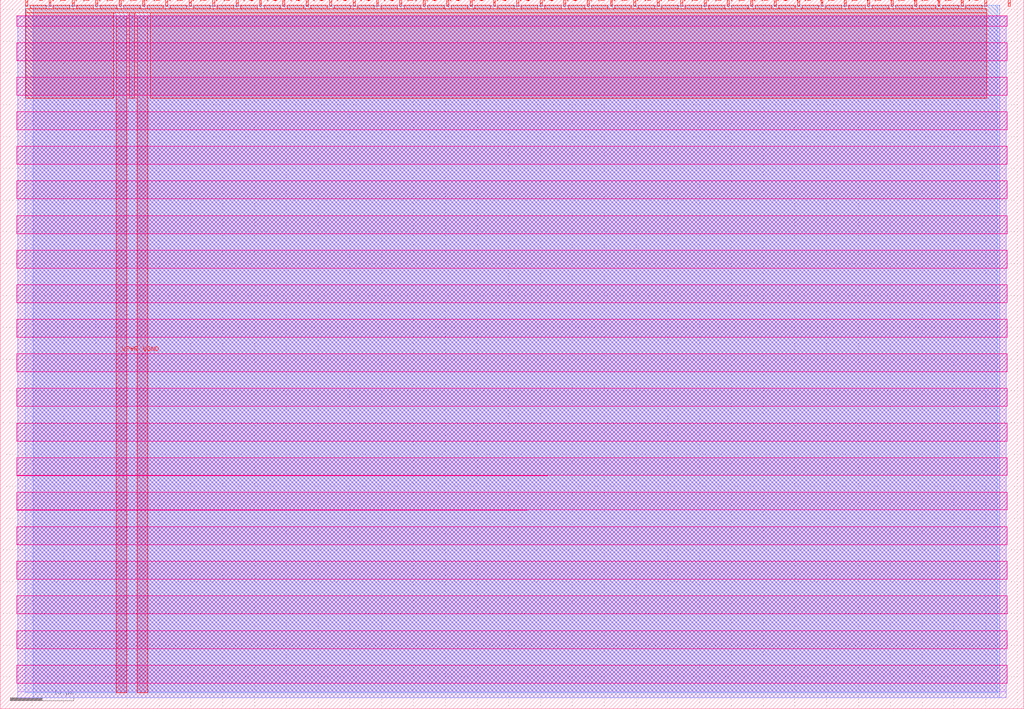
<source format=lef>
VERSION 5.7 ;
  NOWIREEXTENSIONATPIN ON ;
  DIVIDERCHAR "/" ;
  BUSBITCHARS "[]" ;
MACRO tt_um_dpetrisko_ttdll
  CLASS BLOCK ;
  FOREIGN tt_um_dpetrisko_ttdll ;
  ORIGIN 0.000 0.000 ;
  SIZE 161.000 BY 111.520 ;
  PIN VGND
    DIRECTION INOUT ;
    USE GROUND ;
    PORT
      LAYER met4 ;
        RECT 21.580 2.480 23.180 109.040 ;
    END
  END VGND
  PIN VPWR
    DIRECTION INOUT ;
    USE POWER ;
    PORT
      LAYER met4 ;
        RECT 18.280 2.480 19.880 109.040 ;
    END
  END VPWR
  PIN clk
    DIRECTION INPUT ;
    USE SIGNAL ;
    ANTENNAGATEAREA 0.426000 ;
    PORT
      LAYER met4 ;
        RECT 154.870 110.520 155.170 111.520 ;
    END
  END clk
  PIN ena
    DIRECTION INPUT ;
    USE SIGNAL ;
    PORT
      LAYER met4 ;
        RECT 158.550 110.520 158.850 111.520 ;
    END
  END ena
  PIN rst_n
    DIRECTION INPUT ;
    USE SIGNAL ;
    PORT
      LAYER met4 ;
        RECT 151.190 110.520 151.490 111.520 ;
    END
  END rst_n
  PIN ui_in[0]
    DIRECTION INPUT ;
    USE SIGNAL ;
    ANTENNAGATEAREA 0.213000 ;
    PORT
      LAYER met4 ;
        RECT 147.510 110.520 147.810 111.520 ;
    END
  END ui_in[0]
  PIN ui_in[1]
    DIRECTION INPUT ;
    USE SIGNAL ;
    ANTENNAGATEAREA 0.196500 ;
    PORT
      LAYER met4 ;
        RECT 143.830 110.520 144.130 111.520 ;
    END
  END ui_in[1]
  PIN ui_in[2]
    DIRECTION INPUT ;
    USE SIGNAL ;
    ANTENNAGATEAREA 0.196500 ;
    PORT
      LAYER met4 ;
        RECT 140.150 110.520 140.450 111.520 ;
    END
  END ui_in[2]
  PIN ui_in[3]
    DIRECTION INPUT ;
    USE SIGNAL ;
    PORT
      LAYER met4 ;
        RECT 136.470 110.520 136.770 111.520 ;
    END
  END ui_in[3]
  PIN ui_in[4]
    DIRECTION INPUT ;
    USE SIGNAL ;
    PORT
      LAYER met4 ;
        RECT 132.790 110.520 133.090 111.520 ;
    END
  END ui_in[4]
  PIN ui_in[5]
    DIRECTION INPUT ;
    USE SIGNAL ;
    PORT
      LAYER met4 ;
        RECT 129.110 110.520 129.410 111.520 ;
    END
  END ui_in[5]
  PIN ui_in[6]
    DIRECTION INPUT ;
    USE SIGNAL ;
    PORT
      LAYER met4 ;
        RECT 125.430 110.520 125.730 111.520 ;
    END
  END ui_in[6]
  PIN ui_in[7]
    DIRECTION INPUT ;
    USE SIGNAL ;
    PORT
      LAYER met4 ;
        RECT 121.750 110.520 122.050 111.520 ;
    END
  END ui_in[7]
  PIN uio_in[0]
    DIRECTION INPUT ;
    USE SIGNAL ;
    PORT
      LAYER met4 ;
        RECT 118.070 110.520 118.370 111.520 ;
    END
  END uio_in[0]
  PIN uio_in[1]
    DIRECTION INPUT ;
    USE SIGNAL ;
    PORT
      LAYER met4 ;
        RECT 114.390 110.520 114.690 111.520 ;
    END
  END uio_in[1]
  PIN uio_in[2]
    DIRECTION INPUT ;
    USE SIGNAL ;
    PORT
      LAYER met4 ;
        RECT 110.710 110.520 111.010 111.520 ;
    END
  END uio_in[2]
  PIN uio_in[3]
    DIRECTION INPUT ;
    USE SIGNAL ;
    PORT
      LAYER met4 ;
        RECT 107.030 110.520 107.330 111.520 ;
    END
  END uio_in[3]
  PIN uio_in[4]
    DIRECTION INPUT ;
    USE SIGNAL ;
    PORT
      LAYER met4 ;
        RECT 103.350 110.520 103.650 111.520 ;
    END
  END uio_in[4]
  PIN uio_in[5]
    DIRECTION INPUT ;
    USE SIGNAL ;
    PORT
      LAYER met4 ;
        RECT 99.670 110.520 99.970 111.520 ;
    END
  END uio_in[5]
  PIN uio_in[6]
    DIRECTION INPUT ;
    USE SIGNAL ;
    PORT
      LAYER met4 ;
        RECT 95.990 110.520 96.290 111.520 ;
    END
  END uio_in[6]
  PIN uio_in[7]
    DIRECTION INPUT ;
    USE SIGNAL ;
    PORT
      LAYER met4 ;
        RECT 92.310 110.520 92.610 111.520 ;
    END
  END uio_in[7]
  PIN uio_oe[0]
    DIRECTION OUTPUT ;
    USE SIGNAL ;
    ANTENNADIFFAREA 0.445500 ;
    PORT
      LAYER met4 ;
        RECT 29.750 110.520 30.050 111.520 ;
    END
  END uio_oe[0]
  PIN uio_oe[1]
    DIRECTION OUTPUT ;
    USE SIGNAL ;
    ANTENNADIFFAREA 0.445500 ;
    PORT
      LAYER met4 ;
        RECT 26.070 110.520 26.370 111.520 ;
    END
  END uio_oe[1]
  PIN uio_oe[2]
    DIRECTION OUTPUT ;
    USE SIGNAL ;
    ANTENNADIFFAREA 0.445500 ;
    PORT
      LAYER met4 ;
        RECT 22.390 110.520 22.690 111.520 ;
    END
  END uio_oe[2]
  PIN uio_oe[3]
    DIRECTION OUTPUT ;
    USE SIGNAL ;
    ANTENNADIFFAREA 0.445500 ;
    PORT
      LAYER met4 ;
        RECT 18.710 110.520 19.010 111.520 ;
    END
  END uio_oe[3]
  PIN uio_oe[4]
    DIRECTION OUTPUT ;
    USE SIGNAL ;
    ANTENNADIFFAREA 0.445500 ;
    PORT
      LAYER met4 ;
        RECT 15.030 110.520 15.330 111.520 ;
    END
  END uio_oe[4]
  PIN uio_oe[5]
    DIRECTION OUTPUT ;
    USE SIGNAL ;
    ANTENNADIFFAREA 0.445500 ;
    PORT
      LAYER met4 ;
        RECT 11.350 110.520 11.650 111.520 ;
    END
  END uio_oe[5]
  PIN uio_oe[6]
    DIRECTION OUTPUT ;
    USE SIGNAL ;
    ANTENNADIFFAREA 0.445500 ;
    PORT
      LAYER met4 ;
        RECT 7.670 110.520 7.970 111.520 ;
    END
  END uio_oe[6]
  PIN uio_oe[7]
    DIRECTION OUTPUT ;
    USE SIGNAL ;
    ANTENNADIFFAREA 0.445500 ;
    PORT
      LAYER met4 ;
        RECT 3.990 110.520 4.290 111.520 ;
    END
  END uio_oe[7]
  PIN uio_out[0]
    DIRECTION OUTPUT ;
    USE SIGNAL ;
    ANTENNADIFFAREA 0.445500 ;
    PORT
      LAYER met4 ;
        RECT 59.190 110.520 59.490 111.520 ;
    END
  END uio_out[0]
  PIN uio_out[1]
    DIRECTION OUTPUT ;
    USE SIGNAL ;
    ANTENNADIFFAREA 0.445500 ;
    PORT
      LAYER met4 ;
        RECT 55.510 110.520 55.810 111.520 ;
    END
  END uio_out[1]
  PIN uio_out[2]
    DIRECTION OUTPUT ;
    USE SIGNAL ;
    ANTENNADIFFAREA 0.445500 ;
    PORT
      LAYER met4 ;
        RECT 51.830 110.520 52.130 111.520 ;
    END
  END uio_out[2]
  PIN uio_out[3]
    DIRECTION OUTPUT ;
    USE SIGNAL ;
    ANTENNADIFFAREA 0.445500 ;
    PORT
      LAYER met4 ;
        RECT 48.150 110.520 48.450 111.520 ;
    END
  END uio_out[3]
  PIN uio_out[4]
    DIRECTION OUTPUT ;
    USE SIGNAL ;
    ANTENNADIFFAREA 0.445500 ;
    PORT
      LAYER met4 ;
        RECT 44.470 110.520 44.770 111.520 ;
    END
  END uio_out[4]
  PIN uio_out[5]
    DIRECTION OUTPUT ;
    USE SIGNAL ;
    ANTENNADIFFAREA 0.445500 ;
    PORT
      LAYER met4 ;
        RECT 40.790 110.520 41.090 111.520 ;
    END
  END uio_out[5]
  PIN uio_out[6]
    DIRECTION OUTPUT ;
    USE SIGNAL ;
    ANTENNADIFFAREA 0.795200 ;
    PORT
      LAYER met4 ;
        RECT 37.110 110.520 37.410 111.520 ;
    END
  END uio_out[6]
  PIN uio_out[7]
    DIRECTION OUTPUT ;
    USE SIGNAL ;
    ANTENNADIFFAREA 0.795200 ;
    PORT
      LAYER met4 ;
        RECT 33.430 110.520 33.730 111.520 ;
    END
  END uio_out[7]
  PIN uo_out[0]
    DIRECTION OUTPUT ;
    USE SIGNAL ;
    ANTENNADIFFAREA 0.445500 ;
    PORT
      LAYER met4 ;
        RECT 88.630 110.520 88.930 111.520 ;
    END
  END uo_out[0]
  PIN uo_out[1]
    DIRECTION OUTPUT ;
    USE SIGNAL ;
    ANTENNADIFFAREA 0.445500 ;
    PORT
      LAYER met4 ;
        RECT 84.950 110.520 85.250 111.520 ;
    END
  END uo_out[1]
  PIN uo_out[2]
    DIRECTION OUTPUT ;
    USE SIGNAL ;
    ANTENNADIFFAREA 0.445500 ;
    PORT
      LAYER met4 ;
        RECT 81.270 110.520 81.570 111.520 ;
    END
  END uo_out[2]
  PIN uo_out[3]
    DIRECTION OUTPUT ;
    USE SIGNAL ;
    ANTENNADIFFAREA 0.445500 ;
    PORT
      LAYER met4 ;
        RECT 77.590 110.520 77.890 111.520 ;
    END
  END uo_out[3]
  PIN uo_out[4]
    DIRECTION OUTPUT ;
    USE SIGNAL ;
    ANTENNADIFFAREA 0.445500 ;
    PORT
      LAYER met4 ;
        RECT 73.910 110.520 74.210 111.520 ;
    END
  END uo_out[4]
  PIN uo_out[5]
    DIRECTION OUTPUT ;
    USE SIGNAL ;
    ANTENNADIFFAREA 0.445500 ;
    PORT
      LAYER met4 ;
        RECT 70.230 110.520 70.530 111.520 ;
    END
  END uo_out[5]
  PIN uo_out[6]
    DIRECTION OUTPUT ;
    USE SIGNAL ;
    ANTENNADIFFAREA 0.795200 ;
    PORT
      LAYER met4 ;
        RECT 66.550 110.520 66.850 111.520 ;
    END
  END uo_out[6]
  PIN uo_out[7]
    DIRECTION OUTPUT ;
    USE SIGNAL ;
    ANTENNADIFFAREA 0.445500 ;
    PORT
      LAYER met4 ;
        RECT 62.870 110.520 63.170 111.520 ;
    END
  END uo_out[7]
  OBS
      LAYER nwell ;
        RECT 2.570 107.385 158.430 108.990 ;
        RECT 2.570 101.945 158.430 104.775 ;
        RECT 2.570 96.505 158.430 99.335 ;
        RECT 2.570 91.065 158.430 93.895 ;
        RECT 2.570 85.625 158.430 88.455 ;
        RECT 2.570 80.185 158.430 83.015 ;
        RECT 2.570 74.745 158.430 77.575 ;
        RECT 2.570 72.085 115.535 72.135 ;
        RECT 2.570 69.305 158.430 72.085 ;
        RECT 2.570 63.865 158.430 66.695 ;
        RECT 2.570 58.425 158.430 61.255 ;
        RECT 2.570 52.985 158.430 55.815 ;
        RECT 2.570 47.545 158.430 50.375 ;
        RECT 2.570 42.105 158.430 44.935 ;
        RECT 2.570 36.715 158.430 39.495 ;
        RECT 2.570 36.665 86.095 36.715 ;
        RECT 2.570 31.275 158.430 34.055 ;
        RECT 2.570 31.225 82.875 31.275 ;
        RECT 2.570 25.785 158.430 28.615 ;
        RECT 2.570 20.345 158.430 23.175 ;
        RECT 2.570 14.905 158.430 17.735 ;
        RECT 2.570 9.465 158.430 12.295 ;
        RECT 2.570 4.025 158.430 6.855 ;
      LAYER li1 ;
        RECT 2.760 2.635 158.240 108.885 ;
      LAYER met1 ;
        RECT 2.760 1.740 158.240 109.040 ;
      LAYER met2 ;
        RECT 5.160 1.710 157.220 110.685 ;
      LAYER met3 ;
        RECT 3.950 2.555 156.795 110.665 ;
      LAYER met4 ;
        RECT 4.690 110.120 7.270 110.665 ;
        RECT 8.370 110.120 10.950 110.665 ;
        RECT 12.050 110.120 14.630 110.665 ;
        RECT 15.730 110.120 18.310 110.665 ;
        RECT 19.410 110.120 21.990 110.665 ;
        RECT 23.090 110.120 25.670 110.665 ;
        RECT 26.770 110.120 29.350 110.665 ;
        RECT 30.450 110.120 33.030 110.665 ;
        RECT 34.130 110.120 36.710 110.665 ;
        RECT 37.810 110.120 40.390 110.665 ;
        RECT 41.490 110.120 44.070 110.665 ;
        RECT 45.170 110.120 47.750 110.665 ;
        RECT 48.850 110.120 51.430 110.665 ;
        RECT 52.530 110.120 55.110 110.665 ;
        RECT 56.210 110.120 58.790 110.665 ;
        RECT 59.890 110.120 62.470 110.665 ;
        RECT 63.570 110.120 66.150 110.665 ;
        RECT 67.250 110.120 69.830 110.665 ;
        RECT 70.930 110.120 73.510 110.665 ;
        RECT 74.610 110.120 77.190 110.665 ;
        RECT 78.290 110.120 80.870 110.665 ;
        RECT 81.970 110.120 84.550 110.665 ;
        RECT 85.650 110.120 88.230 110.665 ;
        RECT 89.330 110.120 91.910 110.665 ;
        RECT 93.010 110.120 95.590 110.665 ;
        RECT 96.690 110.120 99.270 110.665 ;
        RECT 100.370 110.120 102.950 110.665 ;
        RECT 104.050 110.120 106.630 110.665 ;
        RECT 107.730 110.120 110.310 110.665 ;
        RECT 111.410 110.120 113.990 110.665 ;
        RECT 115.090 110.120 117.670 110.665 ;
        RECT 118.770 110.120 121.350 110.665 ;
        RECT 122.450 110.120 125.030 110.665 ;
        RECT 126.130 110.120 128.710 110.665 ;
        RECT 129.810 110.120 132.390 110.665 ;
        RECT 133.490 110.120 136.070 110.665 ;
        RECT 137.170 110.120 139.750 110.665 ;
        RECT 140.850 110.120 143.430 110.665 ;
        RECT 144.530 110.120 147.110 110.665 ;
        RECT 148.210 110.120 150.790 110.665 ;
        RECT 151.890 110.120 154.470 110.665 ;
        RECT 3.975 109.440 155.185 110.120 ;
        RECT 3.975 96.055 17.880 109.440 ;
        RECT 20.280 96.055 21.180 109.440 ;
        RECT 23.580 96.055 155.185 109.440 ;
  END
END tt_um_dpetrisko_ttdll
END LIBRARY


</source>
